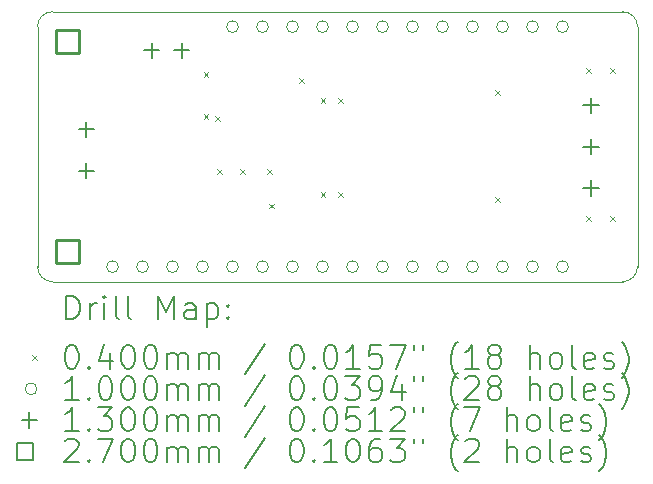
<source format=gbr>
%TF.GenerationSoftware,KiCad,Pcbnew,7.0.1*%
%TF.CreationDate,2023-06-02T18:52:21-05:00*%
%TF.ProjectId,MiniSSO,4d696e69-5353-44f2-9e6b-696361645f70,2*%
%TF.SameCoordinates,Original*%
%TF.FileFunction,Drillmap*%
%TF.FilePolarity,Positive*%
%FSLAX45Y45*%
G04 Gerber Fmt 4.5, Leading zero omitted, Abs format (unit mm)*
G04 Created by KiCad (PCBNEW 7.0.1) date 2023-06-02 18:52:21*
%MOMM*%
%LPD*%
G01*
G04 APERTURE LIST*
%ADD10C,0.100000*%
%ADD11C,0.200000*%
%ADD12C,0.040000*%
%ADD13C,0.130000*%
%ADD14C,0.270000*%
G04 APERTURE END LIST*
D10*
X11683073Y-9107927D02*
G75*
G03*
X11810072Y-9234927I126997J-3D01*
G01*
X16636072Y-9234927D02*
X11810072Y-9234927D01*
X16763073Y-7075927D02*
G75*
G03*
X16636072Y-6948927I-127003J-3D01*
G01*
X16763072Y-7075927D02*
X16763072Y-9107927D01*
X16636072Y-9234933D02*
G75*
G03*
X16763072Y-9107927I-3J127003D01*
G01*
X11683072Y-9107927D02*
X11683072Y-7075927D01*
X11810072Y-6948932D02*
G75*
G03*
X11683072Y-7075927I-3J-126998D01*
G01*
X11810072Y-6948927D02*
X16636072Y-6948927D01*
D11*
D12*
X13090000Y-7458417D02*
X13130000Y-7498417D01*
X13130000Y-7458417D02*
X13090000Y-7498417D01*
X13090000Y-7815000D02*
X13130000Y-7855000D01*
X13130000Y-7815000D02*
X13090000Y-7855000D01*
X13188338Y-7832880D02*
X13228338Y-7872880D01*
X13228338Y-7832880D02*
X13188338Y-7872880D01*
X13205000Y-8282390D02*
X13245000Y-8322390D01*
X13245000Y-8282390D02*
X13205000Y-8322390D01*
X13400000Y-8282390D02*
X13440000Y-8322390D01*
X13440000Y-8282390D02*
X13400000Y-8322390D01*
X13625000Y-8282390D02*
X13665000Y-8322390D01*
X13665000Y-8282390D02*
X13625000Y-8322390D01*
X13642500Y-8575000D02*
X13682500Y-8615000D01*
X13682500Y-8575000D02*
X13642500Y-8615000D01*
X13897821Y-7512821D02*
X13937821Y-7552821D01*
X13937821Y-7512821D02*
X13897821Y-7552821D01*
X14080000Y-7680000D02*
X14120000Y-7720000D01*
X14120000Y-7680000D02*
X14080000Y-7720000D01*
X14080000Y-8480000D02*
X14120000Y-8520000D01*
X14120000Y-8480000D02*
X14080000Y-8520000D01*
X14230000Y-7680000D02*
X14270000Y-7720000D01*
X14270000Y-7680000D02*
X14230000Y-7720000D01*
X14230000Y-8480000D02*
X14270000Y-8520000D01*
X14270000Y-8480000D02*
X14230000Y-8520000D01*
X15559285Y-7612700D02*
X15599285Y-7652700D01*
X15599285Y-7612700D02*
X15559285Y-7652700D01*
X15560000Y-8522500D02*
X15600000Y-8562500D01*
X15600000Y-8522500D02*
X15560000Y-8562500D01*
X16330000Y-7430000D02*
X16370000Y-7470000D01*
X16370000Y-7430000D02*
X16330000Y-7470000D01*
X16330000Y-8680000D02*
X16370000Y-8720000D01*
X16370000Y-8680000D02*
X16330000Y-8720000D01*
X16530000Y-7430000D02*
X16570000Y-7470000D01*
X16570000Y-7430000D02*
X16530000Y-7470000D01*
X16530000Y-8680000D02*
X16570000Y-8720000D01*
X16570000Y-8680000D02*
X16530000Y-8720000D01*
D10*
X12368072Y-9107927D02*
G75*
G03*
X12368072Y-9107927I-50000J0D01*
G01*
X12622072Y-9107927D02*
G75*
G03*
X12622072Y-9107927I-50000J0D01*
G01*
X12876072Y-9107927D02*
G75*
G03*
X12876072Y-9107927I-50000J0D01*
G01*
X13130072Y-9107927D02*
G75*
G03*
X13130072Y-9107927I-50000J0D01*
G01*
X13384072Y-7075927D02*
G75*
G03*
X13384072Y-7075927I-50000J0D01*
G01*
X13384072Y-9107927D02*
G75*
G03*
X13384072Y-9107927I-50000J0D01*
G01*
X13638072Y-7075927D02*
G75*
G03*
X13638072Y-7075927I-50000J0D01*
G01*
X13638072Y-9107927D02*
G75*
G03*
X13638072Y-9107927I-50000J0D01*
G01*
X13892072Y-7075927D02*
G75*
G03*
X13892072Y-7075927I-50000J0D01*
G01*
X13892072Y-9107927D02*
G75*
G03*
X13892072Y-9107927I-50000J0D01*
G01*
X14146072Y-7075927D02*
G75*
G03*
X14146072Y-7075927I-50000J0D01*
G01*
X14146072Y-9107927D02*
G75*
G03*
X14146072Y-9107927I-50000J0D01*
G01*
X14400072Y-7075927D02*
G75*
G03*
X14400072Y-7075927I-50000J0D01*
G01*
X14400072Y-9107927D02*
G75*
G03*
X14400072Y-9107927I-50000J0D01*
G01*
X14654072Y-7075927D02*
G75*
G03*
X14654072Y-7075927I-50000J0D01*
G01*
X14654072Y-9107927D02*
G75*
G03*
X14654072Y-9107927I-50000J0D01*
G01*
X14908072Y-7075927D02*
G75*
G03*
X14908072Y-7075927I-50000J0D01*
G01*
X14908072Y-9107927D02*
G75*
G03*
X14908072Y-9107927I-50000J0D01*
G01*
X15162072Y-7075927D02*
G75*
G03*
X15162072Y-7075927I-50000J0D01*
G01*
X15162072Y-9107927D02*
G75*
G03*
X15162072Y-9107927I-50000J0D01*
G01*
X15416072Y-7075927D02*
G75*
G03*
X15416072Y-7075927I-50000J0D01*
G01*
X15416072Y-9107927D02*
G75*
G03*
X15416072Y-9107927I-50000J0D01*
G01*
X15670072Y-7075927D02*
G75*
G03*
X15670072Y-7075927I-50000J0D01*
G01*
X15670072Y-9107927D02*
G75*
G03*
X15670072Y-9107927I-50000J0D01*
G01*
X15924072Y-7075927D02*
G75*
G03*
X15924072Y-7075927I-50000J0D01*
G01*
X15924072Y-9107927D02*
G75*
G03*
X15924072Y-9107927I-50000J0D01*
G01*
X16178072Y-7075927D02*
G75*
G03*
X16178072Y-7075927I-50000J0D01*
G01*
X16178072Y-9107927D02*
G75*
G03*
X16178072Y-9107927I-50000J0D01*
G01*
D13*
X12095480Y-7880640D02*
X12095480Y-8010640D01*
X12030480Y-7945640D02*
X12160480Y-7945640D01*
X12095480Y-8230640D02*
X12095480Y-8360640D01*
X12030480Y-8295640D02*
X12160480Y-8295640D01*
X12649200Y-7212100D02*
X12649200Y-7342100D01*
X12584200Y-7277100D02*
X12714200Y-7277100D01*
X12903200Y-7212100D02*
X12903200Y-7342100D01*
X12838200Y-7277100D02*
X12968200Y-7277100D01*
X16368240Y-7677440D02*
X16368240Y-7807440D01*
X16303240Y-7742440D02*
X16433240Y-7742440D01*
X16368240Y-8027440D02*
X16368240Y-8157440D01*
X16303240Y-8092440D02*
X16433240Y-8092440D01*
X16368240Y-8377440D02*
X16368240Y-8507440D01*
X16303240Y-8442440D02*
X16433240Y-8442440D01*
D14*
X12032533Y-7298387D02*
X12032533Y-7107467D01*
X11841612Y-7107467D01*
X11841612Y-7298387D01*
X12032533Y-7298387D01*
X12032533Y-9076387D02*
X12032533Y-8885467D01*
X11841612Y-8885467D01*
X11841612Y-9076387D01*
X12032533Y-9076387D01*
D11*
X11925691Y-9552451D02*
X11925691Y-9352451D01*
X11925691Y-9352451D02*
X11973310Y-9352451D01*
X11973310Y-9352451D02*
X12001882Y-9361975D01*
X12001882Y-9361975D02*
X12020930Y-9381022D01*
X12020930Y-9381022D02*
X12030453Y-9400070D01*
X12030453Y-9400070D02*
X12039977Y-9438165D01*
X12039977Y-9438165D02*
X12039977Y-9466736D01*
X12039977Y-9466736D02*
X12030453Y-9504832D01*
X12030453Y-9504832D02*
X12020930Y-9523879D01*
X12020930Y-9523879D02*
X12001882Y-9542927D01*
X12001882Y-9542927D02*
X11973310Y-9552451D01*
X11973310Y-9552451D02*
X11925691Y-9552451D01*
X12125691Y-9552451D02*
X12125691Y-9419117D01*
X12125691Y-9457213D02*
X12135215Y-9438165D01*
X12135215Y-9438165D02*
X12144739Y-9428641D01*
X12144739Y-9428641D02*
X12163787Y-9419117D01*
X12163787Y-9419117D02*
X12182834Y-9419117D01*
X12249501Y-9552451D02*
X12249501Y-9419117D01*
X12249501Y-9352451D02*
X12239977Y-9361975D01*
X12239977Y-9361975D02*
X12249501Y-9371498D01*
X12249501Y-9371498D02*
X12259025Y-9361975D01*
X12259025Y-9361975D02*
X12249501Y-9352451D01*
X12249501Y-9352451D02*
X12249501Y-9371498D01*
X12373310Y-9552451D02*
X12354263Y-9542927D01*
X12354263Y-9542927D02*
X12344739Y-9523879D01*
X12344739Y-9523879D02*
X12344739Y-9352451D01*
X12478072Y-9552451D02*
X12459025Y-9542927D01*
X12459025Y-9542927D02*
X12449501Y-9523879D01*
X12449501Y-9523879D02*
X12449501Y-9352451D01*
X12706644Y-9552451D02*
X12706644Y-9352451D01*
X12706644Y-9352451D02*
X12773311Y-9495308D01*
X12773311Y-9495308D02*
X12839977Y-9352451D01*
X12839977Y-9352451D02*
X12839977Y-9552451D01*
X13020930Y-9552451D02*
X13020930Y-9447689D01*
X13020930Y-9447689D02*
X13011406Y-9428641D01*
X13011406Y-9428641D02*
X12992358Y-9419117D01*
X12992358Y-9419117D02*
X12954263Y-9419117D01*
X12954263Y-9419117D02*
X12935215Y-9428641D01*
X13020930Y-9542927D02*
X13001882Y-9552451D01*
X13001882Y-9552451D02*
X12954263Y-9552451D01*
X12954263Y-9552451D02*
X12935215Y-9542927D01*
X12935215Y-9542927D02*
X12925691Y-9523879D01*
X12925691Y-9523879D02*
X12925691Y-9504832D01*
X12925691Y-9504832D02*
X12935215Y-9485784D01*
X12935215Y-9485784D02*
X12954263Y-9476260D01*
X12954263Y-9476260D02*
X13001882Y-9476260D01*
X13001882Y-9476260D02*
X13020930Y-9466736D01*
X13116168Y-9419117D02*
X13116168Y-9619117D01*
X13116168Y-9428641D02*
X13135215Y-9419117D01*
X13135215Y-9419117D02*
X13173311Y-9419117D01*
X13173311Y-9419117D02*
X13192358Y-9428641D01*
X13192358Y-9428641D02*
X13201882Y-9438165D01*
X13201882Y-9438165D02*
X13211406Y-9457213D01*
X13211406Y-9457213D02*
X13211406Y-9514355D01*
X13211406Y-9514355D02*
X13201882Y-9533403D01*
X13201882Y-9533403D02*
X13192358Y-9542927D01*
X13192358Y-9542927D02*
X13173311Y-9552451D01*
X13173311Y-9552451D02*
X13135215Y-9552451D01*
X13135215Y-9552451D02*
X13116168Y-9542927D01*
X13297120Y-9533403D02*
X13306644Y-9542927D01*
X13306644Y-9542927D02*
X13297120Y-9552451D01*
X13297120Y-9552451D02*
X13287596Y-9542927D01*
X13287596Y-9542927D02*
X13297120Y-9533403D01*
X13297120Y-9533403D02*
X13297120Y-9552451D01*
X13297120Y-9428641D02*
X13306644Y-9438165D01*
X13306644Y-9438165D02*
X13297120Y-9447689D01*
X13297120Y-9447689D02*
X13287596Y-9438165D01*
X13287596Y-9438165D02*
X13297120Y-9428641D01*
X13297120Y-9428641D02*
X13297120Y-9447689D01*
D12*
X11638072Y-9859927D02*
X11678072Y-9899927D01*
X11678072Y-9859927D02*
X11638072Y-9899927D01*
D11*
X11963787Y-9772451D02*
X11982834Y-9772451D01*
X11982834Y-9772451D02*
X12001882Y-9781975D01*
X12001882Y-9781975D02*
X12011406Y-9791498D01*
X12011406Y-9791498D02*
X12020930Y-9810546D01*
X12020930Y-9810546D02*
X12030453Y-9848641D01*
X12030453Y-9848641D02*
X12030453Y-9896260D01*
X12030453Y-9896260D02*
X12020930Y-9934355D01*
X12020930Y-9934355D02*
X12011406Y-9953403D01*
X12011406Y-9953403D02*
X12001882Y-9962927D01*
X12001882Y-9962927D02*
X11982834Y-9972451D01*
X11982834Y-9972451D02*
X11963787Y-9972451D01*
X11963787Y-9972451D02*
X11944739Y-9962927D01*
X11944739Y-9962927D02*
X11935215Y-9953403D01*
X11935215Y-9953403D02*
X11925691Y-9934355D01*
X11925691Y-9934355D02*
X11916168Y-9896260D01*
X11916168Y-9896260D02*
X11916168Y-9848641D01*
X11916168Y-9848641D02*
X11925691Y-9810546D01*
X11925691Y-9810546D02*
X11935215Y-9791498D01*
X11935215Y-9791498D02*
X11944739Y-9781975D01*
X11944739Y-9781975D02*
X11963787Y-9772451D01*
X12116168Y-9953403D02*
X12125691Y-9962927D01*
X12125691Y-9962927D02*
X12116168Y-9972451D01*
X12116168Y-9972451D02*
X12106644Y-9962927D01*
X12106644Y-9962927D02*
X12116168Y-9953403D01*
X12116168Y-9953403D02*
X12116168Y-9972451D01*
X12297120Y-9839117D02*
X12297120Y-9972451D01*
X12249501Y-9762927D02*
X12201882Y-9905784D01*
X12201882Y-9905784D02*
X12325691Y-9905784D01*
X12439977Y-9772451D02*
X12459025Y-9772451D01*
X12459025Y-9772451D02*
X12478072Y-9781975D01*
X12478072Y-9781975D02*
X12487596Y-9791498D01*
X12487596Y-9791498D02*
X12497120Y-9810546D01*
X12497120Y-9810546D02*
X12506644Y-9848641D01*
X12506644Y-9848641D02*
X12506644Y-9896260D01*
X12506644Y-9896260D02*
X12497120Y-9934355D01*
X12497120Y-9934355D02*
X12487596Y-9953403D01*
X12487596Y-9953403D02*
X12478072Y-9962927D01*
X12478072Y-9962927D02*
X12459025Y-9972451D01*
X12459025Y-9972451D02*
X12439977Y-9972451D01*
X12439977Y-9972451D02*
X12420930Y-9962927D01*
X12420930Y-9962927D02*
X12411406Y-9953403D01*
X12411406Y-9953403D02*
X12401882Y-9934355D01*
X12401882Y-9934355D02*
X12392358Y-9896260D01*
X12392358Y-9896260D02*
X12392358Y-9848641D01*
X12392358Y-9848641D02*
X12401882Y-9810546D01*
X12401882Y-9810546D02*
X12411406Y-9791498D01*
X12411406Y-9791498D02*
X12420930Y-9781975D01*
X12420930Y-9781975D02*
X12439977Y-9772451D01*
X12630453Y-9772451D02*
X12649501Y-9772451D01*
X12649501Y-9772451D02*
X12668549Y-9781975D01*
X12668549Y-9781975D02*
X12678072Y-9791498D01*
X12678072Y-9791498D02*
X12687596Y-9810546D01*
X12687596Y-9810546D02*
X12697120Y-9848641D01*
X12697120Y-9848641D02*
X12697120Y-9896260D01*
X12697120Y-9896260D02*
X12687596Y-9934355D01*
X12687596Y-9934355D02*
X12678072Y-9953403D01*
X12678072Y-9953403D02*
X12668549Y-9962927D01*
X12668549Y-9962927D02*
X12649501Y-9972451D01*
X12649501Y-9972451D02*
X12630453Y-9972451D01*
X12630453Y-9972451D02*
X12611406Y-9962927D01*
X12611406Y-9962927D02*
X12601882Y-9953403D01*
X12601882Y-9953403D02*
X12592358Y-9934355D01*
X12592358Y-9934355D02*
X12582834Y-9896260D01*
X12582834Y-9896260D02*
X12582834Y-9848641D01*
X12582834Y-9848641D02*
X12592358Y-9810546D01*
X12592358Y-9810546D02*
X12601882Y-9791498D01*
X12601882Y-9791498D02*
X12611406Y-9781975D01*
X12611406Y-9781975D02*
X12630453Y-9772451D01*
X12782834Y-9972451D02*
X12782834Y-9839117D01*
X12782834Y-9858165D02*
X12792358Y-9848641D01*
X12792358Y-9848641D02*
X12811406Y-9839117D01*
X12811406Y-9839117D02*
X12839977Y-9839117D01*
X12839977Y-9839117D02*
X12859025Y-9848641D01*
X12859025Y-9848641D02*
X12868549Y-9867689D01*
X12868549Y-9867689D02*
X12868549Y-9972451D01*
X12868549Y-9867689D02*
X12878072Y-9848641D01*
X12878072Y-9848641D02*
X12897120Y-9839117D01*
X12897120Y-9839117D02*
X12925691Y-9839117D01*
X12925691Y-9839117D02*
X12944739Y-9848641D01*
X12944739Y-9848641D02*
X12954263Y-9867689D01*
X12954263Y-9867689D02*
X12954263Y-9972451D01*
X13049501Y-9972451D02*
X13049501Y-9839117D01*
X13049501Y-9858165D02*
X13059025Y-9848641D01*
X13059025Y-9848641D02*
X13078072Y-9839117D01*
X13078072Y-9839117D02*
X13106644Y-9839117D01*
X13106644Y-9839117D02*
X13125692Y-9848641D01*
X13125692Y-9848641D02*
X13135215Y-9867689D01*
X13135215Y-9867689D02*
X13135215Y-9972451D01*
X13135215Y-9867689D02*
X13144739Y-9848641D01*
X13144739Y-9848641D02*
X13163787Y-9839117D01*
X13163787Y-9839117D02*
X13192358Y-9839117D01*
X13192358Y-9839117D02*
X13211406Y-9848641D01*
X13211406Y-9848641D02*
X13220930Y-9867689D01*
X13220930Y-9867689D02*
X13220930Y-9972451D01*
X13611406Y-9762927D02*
X13439977Y-10020070D01*
X13868549Y-9772451D02*
X13887596Y-9772451D01*
X13887596Y-9772451D02*
X13906644Y-9781975D01*
X13906644Y-9781975D02*
X13916168Y-9791498D01*
X13916168Y-9791498D02*
X13925692Y-9810546D01*
X13925692Y-9810546D02*
X13935215Y-9848641D01*
X13935215Y-9848641D02*
X13935215Y-9896260D01*
X13935215Y-9896260D02*
X13925692Y-9934355D01*
X13925692Y-9934355D02*
X13916168Y-9953403D01*
X13916168Y-9953403D02*
X13906644Y-9962927D01*
X13906644Y-9962927D02*
X13887596Y-9972451D01*
X13887596Y-9972451D02*
X13868549Y-9972451D01*
X13868549Y-9972451D02*
X13849501Y-9962927D01*
X13849501Y-9962927D02*
X13839977Y-9953403D01*
X13839977Y-9953403D02*
X13830454Y-9934355D01*
X13830454Y-9934355D02*
X13820930Y-9896260D01*
X13820930Y-9896260D02*
X13820930Y-9848641D01*
X13820930Y-9848641D02*
X13830454Y-9810546D01*
X13830454Y-9810546D02*
X13839977Y-9791498D01*
X13839977Y-9791498D02*
X13849501Y-9781975D01*
X13849501Y-9781975D02*
X13868549Y-9772451D01*
X14020930Y-9953403D02*
X14030454Y-9962927D01*
X14030454Y-9962927D02*
X14020930Y-9972451D01*
X14020930Y-9972451D02*
X14011406Y-9962927D01*
X14011406Y-9962927D02*
X14020930Y-9953403D01*
X14020930Y-9953403D02*
X14020930Y-9972451D01*
X14154263Y-9772451D02*
X14173311Y-9772451D01*
X14173311Y-9772451D02*
X14192358Y-9781975D01*
X14192358Y-9781975D02*
X14201882Y-9791498D01*
X14201882Y-9791498D02*
X14211406Y-9810546D01*
X14211406Y-9810546D02*
X14220930Y-9848641D01*
X14220930Y-9848641D02*
X14220930Y-9896260D01*
X14220930Y-9896260D02*
X14211406Y-9934355D01*
X14211406Y-9934355D02*
X14201882Y-9953403D01*
X14201882Y-9953403D02*
X14192358Y-9962927D01*
X14192358Y-9962927D02*
X14173311Y-9972451D01*
X14173311Y-9972451D02*
X14154263Y-9972451D01*
X14154263Y-9972451D02*
X14135215Y-9962927D01*
X14135215Y-9962927D02*
X14125692Y-9953403D01*
X14125692Y-9953403D02*
X14116168Y-9934355D01*
X14116168Y-9934355D02*
X14106644Y-9896260D01*
X14106644Y-9896260D02*
X14106644Y-9848641D01*
X14106644Y-9848641D02*
X14116168Y-9810546D01*
X14116168Y-9810546D02*
X14125692Y-9791498D01*
X14125692Y-9791498D02*
X14135215Y-9781975D01*
X14135215Y-9781975D02*
X14154263Y-9772451D01*
X14411406Y-9972451D02*
X14297120Y-9972451D01*
X14354263Y-9972451D02*
X14354263Y-9772451D01*
X14354263Y-9772451D02*
X14335215Y-9801022D01*
X14335215Y-9801022D02*
X14316168Y-9820070D01*
X14316168Y-9820070D02*
X14297120Y-9829594D01*
X14592358Y-9772451D02*
X14497120Y-9772451D01*
X14497120Y-9772451D02*
X14487596Y-9867689D01*
X14487596Y-9867689D02*
X14497120Y-9858165D01*
X14497120Y-9858165D02*
X14516168Y-9848641D01*
X14516168Y-9848641D02*
X14563787Y-9848641D01*
X14563787Y-9848641D02*
X14582835Y-9858165D01*
X14582835Y-9858165D02*
X14592358Y-9867689D01*
X14592358Y-9867689D02*
X14601882Y-9886736D01*
X14601882Y-9886736D02*
X14601882Y-9934355D01*
X14601882Y-9934355D02*
X14592358Y-9953403D01*
X14592358Y-9953403D02*
X14582835Y-9962927D01*
X14582835Y-9962927D02*
X14563787Y-9972451D01*
X14563787Y-9972451D02*
X14516168Y-9972451D01*
X14516168Y-9972451D02*
X14497120Y-9962927D01*
X14497120Y-9962927D02*
X14487596Y-9953403D01*
X14668549Y-9772451D02*
X14801882Y-9772451D01*
X14801882Y-9772451D02*
X14716168Y-9972451D01*
X14868549Y-9772451D02*
X14868549Y-9810546D01*
X14944739Y-9772451D02*
X14944739Y-9810546D01*
X15239978Y-10048641D02*
X15230454Y-10039117D01*
X15230454Y-10039117D02*
X15211406Y-10010546D01*
X15211406Y-10010546D02*
X15201882Y-9991498D01*
X15201882Y-9991498D02*
X15192358Y-9962927D01*
X15192358Y-9962927D02*
X15182835Y-9915308D01*
X15182835Y-9915308D02*
X15182835Y-9877213D01*
X15182835Y-9877213D02*
X15192358Y-9829594D01*
X15192358Y-9829594D02*
X15201882Y-9801022D01*
X15201882Y-9801022D02*
X15211406Y-9781975D01*
X15211406Y-9781975D02*
X15230454Y-9753403D01*
X15230454Y-9753403D02*
X15239978Y-9743879D01*
X15420930Y-9972451D02*
X15306644Y-9972451D01*
X15363787Y-9972451D02*
X15363787Y-9772451D01*
X15363787Y-9772451D02*
X15344739Y-9801022D01*
X15344739Y-9801022D02*
X15325692Y-9820070D01*
X15325692Y-9820070D02*
X15306644Y-9829594D01*
X15535216Y-9858165D02*
X15516168Y-9848641D01*
X15516168Y-9848641D02*
X15506644Y-9839117D01*
X15506644Y-9839117D02*
X15497120Y-9820070D01*
X15497120Y-9820070D02*
X15497120Y-9810546D01*
X15497120Y-9810546D02*
X15506644Y-9791498D01*
X15506644Y-9791498D02*
X15516168Y-9781975D01*
X15516168Y-9781975D02*
X15535216Y-9772451D01*
X15535216Y-9772451D02*
X15573311Y-9772451D01*
X15573311Y-9772451D02*
X15592358Y-9781975D01*
X15592358Y-9781975D02*
X15601882Y-9791498D01*
X15601882Y-9791498D02*
X15611406Y-9810546D01*
X15611406Y-9810546D02*
X15611406Y-9820070D01*
X15611406Y-9820070D02*
X15601882Y-9839117D01*
X15601882Y-9839117D02*
X15592358Y-9848641D01*
X15592358Y-9848641D02*
X15573311Y-9858165D01*
X15573311Y-9858165D02*
X15535216Y-9858165D01*
X15535216Y-9858165D02*
X15516168Y-9867689D01*
X15516168Y-9867689D02*
X15506644Y-9877213D01*
X15506644Y-9877213D02*
X15497120Y-9896260D01*
X15497120Y-9896260D02*
X15497120Y-9934355D01*
X15497120Y-9934355D02*
X15506644Y-9953403D01*
X15506644Y-9953403D02*
X15516168Y-9962927D01*
X15516168Y-9962927D02*
X15535216Y-9972451D01*
X15535216Y-9972451D02*
X15573311Y-9972451D01*
X15573311Y-9972451D02*
X15592358Y-9962927D01*
X15592358Y-9962927D02*
X15601882Y-9953403D01*
X15601882Y-9953403D02*
X15611406Y-9934355D01*
X15611406Y-9934355D02*
X15611406Y-9896260D01*
X15611406Y-9896260D02*
X15601882Y-9877213D01*
X15601882Y-9877213D02*
X15592358Y-9867689D01*
X15592358Y-9867689D02*
X15573311Y-9858165D01*
X15849501Y-9972451D02*
X15849501Y-9772451D01*
X15935216Y-9972451D02*
X15935216Y-9867689D01*
X15935216Y-9867689D02*
X15925692Y-9848641D01*
X15925692Y-9848641D02*
X15906644Y-9839117D01*
X15906644Y-9839117D02*
X15878073Y-9839117D01*
X15878073Y-9839117D02*
X15859025Y-9848641D01*
X15859025Y-9848641D02*
X15849501Y-9858165D01*
X16059025Y-9972451D02*
X16039978Y-9962927D01*
X16039978Y-9962927D02*
X16030454Y-9953403D01*
X16030454Y-9953403D02*
X16020930Y-9934355D01*
X16020930Y-9934355D02*
X16020930Y-9877213D01*
X16020930Y-9877213D02*
X16030454Y-9858165D01*
X16030454Y-9858165D02*
X16039978Y-9848641D01*
X16039978Y-9848641D02*
X16059025Y-9839117D01*
X16059025Y-9839117D02*
X16087597Y-9839117D01*
X16087597Y-9839117D02*
X16106644Y-9848641D01*
X16106644Y-9848641D02*
X16116168Y-9858165D01*
X16116168Y-9858165D02*
X16125692Y-9877213D01*
X16125692Y-9877213D02*
X16125692Y-9934355D01*
X16125692Y-9934355D02*
X16116168Y-9953403D01*
X16116168Y-9953403D02*
X16106644Y-9962927D01*
X16106644Y-9962927D02*
X16087597Y-9972451D01*
X16087597Y-9972451D02*
X16059025Y-9972451D01*
X16239978Y-9972451D02*
X16220930Y-9962927D01*
X16220930Y-9962927D02*
X16211406Y-9943879D01*
X16211406Y-9943879D02*
X16211406Y-9772451D01*
X16392359Y-9962927D02*
X16373311Y-9972451D01*
X16373311Y-9972451D02*
X16335216Y-9972451D01*
X16335216Y-9972451D02*
X16316168Y-9962927D01*
X16316168Y-9962927D02*
X16306644Y-9943879D01*
X16306644Y-9943879D02*
X16306644Y-9867689D01*
X16306644Y-9867689D02*
X16316168Y-9848641D01*
X16316168Y-9848641D02*
X16335216Y-9839117D01*
X16335216Y-9839117D02*
X16373311Y-9839117D01*
X16373311Y-9839117D02*
X16392359Y-9848641D01*
X16392359Y-9848641D02*
X16401882Y-9867689D01*
X16401882Y-9867689D02*
X16401882Y-9886736D01*
X16401882Y-9886736D02*
X16306644Y-9905784D01*
X16478073Y-9962927D02*
X16497120Y-9972451D01*
X16497120Y-9972451D02*
X16535216Y-9972451D01*
X16535216Y-9972451D02*
X16554263Y-9962927D01*
X16554263Y-9962927D02*
X16563787Y-9943879D01*
X16563787Y-9943879D02*
X16563787Y-9934355D01*
X16563787Y-9934355D02*
X16554263Y-9915308D01*
X16554263Y-9915308D02*
X16535216Y-9905784D01*
X16535216Y-9905784D02*
X16506644Y-9905784D01*
X16506644Y-9905784D02*
X16487597Y-9896260D01*
X16487597Y-9896260D02*
X16478073Y-9877213D01*
X16478073Y-9877213D02*
X16478073Y-9867689D01*
X16478073Y-9867689D02*
X16487597Y-9848641D01*
X16487597Y-9848641D02*
X16506644Y-9839117D01*
X16506644Y-9839117D02*
X16535216Y-9839117D01*
X16535216Y-9839117D02*
X16554263Y-9848641D01*
X16630454Y-10048641D02*
X16639978Y-10039117D01*
X16639978Y-10039117D02*
X16659025Y-10010546D01*
X16659025Y-10010546D02*
X16668549Y-9991498D01*
X16668549Y-9991498D02*
X16678073Y-9962927D01*
X16678073Y-9962927D02*
X16687597Y-9915308D01*
X16687597Y-9915308D02*
X16687597Y-9877213D01*
X16687597Y-9877213D02*
X16678073Y-9829594D01*
X16678073Y-9829594D02*
X16668549Y-9801022D01*
X16668549Y-9801022D02*
X16659025Y-9781975D01*
X16659025Y-9781975D02*
X16639978Y-9753403D01*
X16639978Y-9753403D02*
X16630454Y-9743879D01*
D10*
X11678072Y-10143927D02*
G75*
G03*
X11678072Y-10143927I-50000J0D01*
G01*
D11*
X12030453Y-10236451D02*
X11916168Y-10236451D01*
X11973310Y-10236451D02*
X11973310Y-10036451D01*
X11973310Y-10036451D02*
X11954263Y-10065022D01*
X11954263Y-10065022D02*
X11935215Y-10084070D01*
X11935215Y-10084070D02*
X11916168Y-10093594D01*
X12116168Y-10217403D02*
X12125691Y-10226927D01*
X12125691Y-10226927D02*
X12116168Y-10236451D01*
X12116168Y-10236451D02*
X12106644Y-10226927D01*
X12106644Y-10226927D02*
X12116168Y-10217403D01*
X12116168Y-10217403D02*
X12116168Y-10236451D01*
X12249501Y-10036451D02*
X12268549Y-10036451D01*
X12268549Y-10036451D02*
X12287596Y-10045975D01*
X12287596Y-10045975D02*
X12297120Y-10055498D01*
X12297120Y-10055498D02*
X12306644Y-10074546D01*
X12306644Y-10074546D02*
X12316168Y-10112641D01*
X12316168Y-10112641D02*
X12316168Y-10160260D01*
X12316168Y-10160260D02*
X12306644Y-10198355D01*
X12306644Y-10198355D02*
X12297120Y-10217403D01*
X12297120Y-10217403D02*
X12287596Y-10226927D01*
X12287596Y-10226927D02*
X12268549Y-10236451D01*
X12268549Y-10236451D02*
X12249501Y-10236451D01*
X12249501Y-10236451D02*
X12230453Y-10226927D01*
X12230453Y-10226927D02*
X12220930Y-10217403D01*
X12220930Y-10217403D02*
X12211406Y-10198355D01*
X12211406Y-10198355D02*
X12201882Y-10160260D01*
X12201882Y-10160260D02*
X12201882Y-10112641D01*
X12201882Y-10112641D02*
X12211406Y-10074546D01*
X12211406Y-10074546D02*
X12220930Y-10055498D01*
X12220930Y-10055498D02*
X12230453Y-10045975D01*
X12230453Y-10045975D02*
X12249501Y-10036451D01*
X12439977Y-10036451D02*
X12459025Y-10036451D01*
X12459025Y-10036451D02*
X12478072Y-10045975D01*
X12478072Y-10045975D02*
X12487596Y-10055498D01*
X12487596Y-10055498D02*
X12497120Y-10074546D01*
X12497120Y-10074546D02*
X12506644Y-10112641D01*
X12506644Y-10112641D02*
X12506644Y-10160260D01*
X12506644Y-10160260D02*
X12497120Y-10198355D01*
X12497120Y-10198355D02*
X12487596Y-10217403D01*
X12487596Y-10217403D02*
X12478072Y-10226927D01*
X12478072Y-10226927D02*
X12459025Y-10236451D01*
X12459025Y-10236451D02*
X12439977Y-10236451D01*
X12439977Y-10236451D02*
X12420930Y-10226927D01*
X12420930Y-10226927D02*
X12411406Y-10217403D01*
X12411406Y-10217403D02*
X12401882Y-10198355D01*
X12401882Y-10198355D02*
X12392358Y-10160260D01*
X12392358Y-10160260D02*
X12392358Y-10112641D01*
X12392358Y-10112641D02*
X12401882Y-10074546D01*
X12401882Y-10074546D02*
X12411406Y-10055498D01*
X12411406Y-10055498D02*
X12420930Y-10045975D01*
X12420930Y-10045975D02*
X12439977Y-10036451D01*
X12630453Y-10036451D02*
X12649501Y-10036451D01*
X12649501Y-10036451D02*
X12668549Y-10045975D01*
X12668549Y-10045975D02*
X12678072Y-10055498D01*
X12678072Y-10055498D02*
X12687596Y-10074546D01*
X12687596Y-10074546D02*
X12697120Y-10112641D01*
X12697120Y-10112641D02*
X12697120Y-10160260D01*
X12697120Y-10160260D02*
X12687596Y-10198355D01*
X12687596Y-10198355D02*
X12678072Y-10217403D01*
X12678072Y-10217403D02*
X12668549Y-10226927D01*
X12668549Y-10226927D02*
X12649501Y-10236451D01*
X12649501Y-10236451D02*
X12630453Y-10236451D01*
X12630453Y-10236451D02*
X12611406Y-10226927D01*
X12611406Y-10226927D02*
X12601882Y-10217403D01*
X12601882Y-10217403D02*
X12592358Y-10198355D01*
X12592358Y-10198355D02*
X12582834Y-10160260D01*
X12582834Y-10160260D02*
X12582834Y-10112641D01*
X12582834Y-10112641D02*
X12592358Y-10074546D01*
X12592358Y-10074546D02*
X12601882Y-10055498D01*
X12601882Y-10055498D02*
X12611406Y-10045975D01*
X12611406Y-10045975D02*
X12630453Y-10036451D01*
X12782834Y-10236451D02*
X12782834Y-10103117D01*
X12782834Y-10122165D02*
X12792358Y-10112641D01*
X12792358Y-10112641D02*
X12811406Y-10103117D01*
X12811406Y-10103117D02*
X12839977Y-10103117D01*
X12839977Y-10103117D02*
X12859025Y-10112641D01*
X12859025Y-10112641D02*
X12868549Y-10131689D01*
X12868549Y-10131689D02*
X12868549Y-10236451D01*
X12868549Y-10131689D02*
X12878072Y-10112641D01*
X12878072Y-10112641D02*
X12897120Y-10103117D01*
X12897120Y-10103117D02*
X12925691Y-10103117D01*
X12925691Y-10103117D02*
X12944739Y-10112641D01*
X12944739Y-10112641D02*
X12954263Y-10131689D01*
X12954263Y-10131689D02*
X12954263Y-10236451D01*
X13049501Y-10236451D02*
X13049501Y-10103117D01*
X13049501Y-10122165D02*
X13059025Y-10112641D01*
X13059025Y-10112641D02*
X13078072Y-10103117D01*
X13078072Y-10103117D02*
X13106644Y-10103117D01*
X13106644Y-10103117D02*
X13125692Y-10112641D01*
X13125692Y-10112641D02*
X13135215Y-10131689D01*
X13135215Y-10131689D02*
X13135215Y-10236451D01*
X13135215Y-10131689D02*
X13144739Y-10112641D01*
X13144739Y-10112641D02*
X13163787Y-10103117D01*
X13163787Y-10103117D02*
X13192358Y-10103117D01*
X13192358Y-10103117D02*
X13211406Y-10112641D01*
X13211406Y-10112641D02*
X13220930Y-10131689D01*
X13220930Y-10131689D02*
X13220930Y-10236451D01*
X13611406Y-10026927D02*
X13439977Y-10284070D01*
X13868549Y-10036451D02*
X13887596Y-10036451D01*
X13887596Y-10036451D02*
X13906644Y-10045975D01*
X13906644Y-10045975D02*
X13916168Y-10055498D01*
X13916168Y-10055498D02*
X13925692Y-10074546D01*
X13925692Y-10074546D02*
X13935215Y-10112641D01*
X13935215Y-10112641D02*
X13935215Y-10160260D01*
X13935215Y-10160260D02*
X13925692Y-10198355D01*
X13925692Y-10198355D02*
X13916168Y-10217403D01*
X13916168Y-10217403D02*
X13906644Y-10226927D01*
X13906644Y-10226927D02*
X13887596Y-10236451D01*
X13887596Y-10236451D02*
X13868549Y-10236451D01*
X13868549Y-10236451D02*
X13849501Y-10226927D01*
X13849501Y-10226927D02*
X13839977Y-10217403D01*
X13839977Y-10217403D02*
X13830454Y-10198355D01*
X13830454Y-10198355D02*
X13820930Y-10160260D01*
X13820930Y-10160260D02*
X13820930Y-10112641D01*
X13820930Y-10112641D02*
X13830454Y-10074546D01*
X13830454Y-10074546D02*
X13839977Y-10055498D01*
X13839977Y-10055498D02*
X13849501Y-10045975D01*
X13849501Y-10045975D02*
X13868549Y-10036451D01*
X14020930Y-10217403D02*
X14030454Y-10226927D01*
X14030454Y-10226927D02*
X14020930Y-10236451D01*
X14020930Y-10236451D02*
X14011406Y-10226927D01*
X14011406Y-10226927D02*
X14020930Y-10217403D01*
X14020930Y-10217403D02*
X14020930Y-10236451D01*
X14154263Y-10036451D02*
X14173311Y-10036451D01*
X14173311Y-10036451D02*
X14192358Y-10045975D01*
X14192358Y-10045975D02*
X14201882Y-10055498D01*
X14201882Y-10055498D02*
X14211406Y-10074546D01*
X14211406Y-10074546D02*
X14220930Y-10112641D01*
X14220930Y-10112641D02*
X14220930Y-10160260D01*
X14220930Y-10160260D02*
X14211406Y-10198355D01*
X14211406Y-10198355D02*
X14201882Y-10217403D01*
X14201882Y-10217403D02*
X14192358Y-10226927D01*
X14192358Y-10226927D02*
X14173311Y-10236451D01*
X14173311Y-10236451D02*
X14154263Y-10236451D01*
X14154263Y-10236451D02*
X14135215Y-10226927D01*
X14135215Y-10226927D02*
X14125692Y-10217403D01*
X14125692Y-10217403D02*
X14116168Y-10198355D01*
X14116168Y-10198355D02*
X14106644Y-10160260D01*
X14106644Y-10160260D02*
X14106644Y-10112641D01*
X14106644Y-10112641D02*
X14116168Y-10074546D01*
X14116168Y-10074546D02*
X14125692Y-10055498D01*
X14125692Y-10055498D02*
X14135215Y-10045975D01*
X14135215Y-10045975D02*
X14154263Y-10036451D01*
X14287596Y-10036451D02*
X14411406Y-10036451D01*
X14411406Y-10036451D02*
X14344739Y-10112641D01*
X14344739Y-10112641D02*
X14373311Y-10112641D01*
X14373311Y-10112641D02*
X14392358Y-10122165D01*
X14392358Y-10122165D02*
X14401882Y-10131689D01*
X14401882Y-10131689D02*
X14411406Y-10150736D01*
X14411406Y-10150736D02*
X14411406Y-10198355D01*
X14411406Y-10198355D02*
X14401882Y-10217403D01*
X14401882Y-10217403D02*
X14392358Y-10226927D01*
X14392358Y-10226927D02*
X14373311Y-10236451D01*
X14373311Y-10236451D02*
X14316168Y-10236451D01*
X14316168Y-10236451D02*
X14297120Y-10226927D01*
X14297120Y-10226927D02*
X14287596Y-10217403D01*
X14506644Y-10236451D02*
X14544739Y-10236451D01*
X14544739Y-10236451D02*
X14563787Y-10226927D01*
X14563787Y-10226927D02*
X14573311Y-10217403D01*
X14573311Y-10217403D02*
X14592358Y-10188832D01*
X14592358Y-10188832D02*
X14601882Y-10150736D01*
X14601882Y-10150736D02*
X14601882Y-10074546D01*
X14601882Y-10074546D02*
X14592358Y-10055498D01*
X14592358Y-10055498D02*
X14582835Y-10045975D01*
X14582835Y-10045975D02*
X14563787Y-10036451D01*
X14563787Y-10036451D02*
X14525692Y-10036451D01*
X14525692Y-10036451D02*
X14506644Y-10045975D01*
X14506644Y-10045975D02*
X14497120Y-10055498D01*
X14497120Y-10055498D02*
X14487596Y-10074546D01*
X14487596Y-10074546D02*
X14487596Y-10122165D01*
X14487596Y-10122165D02*
X14497120Y-10141213D01*
X14497120Y-10141213D02*
X14506644Y-10150736D01*
X14506644Y-10150736D02*
X14525692Y-10160260D01*
X14525692Y-10160260D02*
X14563787Y-10160260D01*
X14563787Y-10160260D02*
X14582835Y-10150736D01*
X14582835Y-10150736D02*
X14592358Y-10141213D01*
X14592358Y-10141213D02*
X14601882Y-10122165D01*
X14773311Y-10103117D02*
X14773311Y-10236451D01*
X14725692Y-10026927D02*
X14678073Y-10169784D01*
X14678073Y-10169784D02*
X14801882Y-10169784D01*
X14868549Y-10036451D02*
X14868549Y-10074546D01*
X14944739Y-10036451D02*
X14944739Y-10074546D01*
X15239978Y-10312641D02*
X15230454Y-10303117D01*
X15230454Y-10303117D02*
X15211406Y-10274546D01*
X15211406Y-10274546D02*
X15201882Y-10255498D01*
X15201882Y-10255498D02*
X15192358Y-10226927D01*
X15192358Y-10226927D02*
X15182835Y-10179308D01*
X15182835Y-10179308D02*
X15182835Y-10141213D01*
X15182835Y-10141213D02*
X15192358Y-10093594D01*
X15192358Y-10093594D02*
X15201882Y-10065022D01*
X15201882Y-10065022D02*
X15211406Y-10045975D01*
X15211406Y-10045975D02*
X15230454Y-10017403D01*
X15230454Y-10017403D02*
X15239978Y-10007879D01*
X15306644Y-10055498D02*
X15316168Y-10045975D01*
X15316168Y-10045975D02*
X15335216Y-10036451D01*
X15335216Y-10036451D02*
X15382835Y-10036451D01*
X15382835Y-10036451D02*
X15401882Y-10045975D01*
X15401882Y-10045975D02*
X15411406Y-10055498D01*
X15411406Y-10055498D02*
X15420930Y-10074546D01*
X15420930Y-10074546D02*
X15420930Y-10093594D01*
X15420930Y-10093594D02*
X15411406Y-10122165D01*
X15411406Y-10122165D02*
X15297120Y-10236451D01*
X15297120Y-10236451D02*
X15420930Y-10236451D01*
X15535216Y-10122165D02*
X15516168Y-10112641D01*
X15516168Y-10112641D02*
X15506644Y-10103117D01*
X15506644Y-10103117D02*
X15497120Y-10084070D01*
X15497120Y-10084070D02*
X15497120Y-10074546D01*
X15497120Y-10074546D02*
X15506644Y-10055498D01*
X15506644Y-10055498D02*
X15516168Y-10045975D01*
X15516168Y-10045975D02*
X15535216Y-10036451D01*
X15535216Y-10036451D02*
X15573311Y-10036451D01*
X15573311Y-10036451D02*
X15592358Y-10045975D01*
X15592358Y-10045975D02*
X15601882Y-10055498D01*
X15601882Y-10055498D02*
X15611406Y-10074546D01*
X15611406Y-10074546D02*
X15611406Y-10084070D01*
X15611406Y-10084070D02*
X15601882Y-10103117D01*
X15601882Y-10103117D02*
X15592358Y-10112641D01*
X15592358Y-10112641D02*
X15573311Y-10122165D01*
X15573311Y-10122165D02*
X15535216Y-10122165D01*
X15535216Y-10122165D02*
X15516168Y-10131689D01*
X15516168Y-10131689D02*
X15506644Y-10141213D01*
X15506644Y-10141213D02*
X15497120Y-10160260D01*
X15497120Y-10160260D02*
X15497120Y-10198355D01*
X15497120Y-10198355D02*
X15506644Y-10217403D01*
X15506644Y-10217403D02*
X15516168Y-10226927D01*
X15516168Y-10226927D02*
X15535216Y-10236451D01*
X15535216Y-10236451D02*
X15573311Y-10236451D01*
X15573311Y-10236451D02*
X15592358Y-10226927D01*
X15592358Y-10226927D02*
X15601882Y-10217403D01*
X15601882Y-10217403D02*
X15611406Y-10198355D01*
X15611406Y-10198355D02*
X15611406Y-10160260D01*
X15611406Y-10160260D02*
X15601882Y-10141213D01*
X15601882Y-10141213D02*
X15592358Y-10131689D01*
X15592358Y-10131689D02*
X15573311Y-10122165D01*
X15849501Y-10236451D02*
X15849501Y-10036451D01*
X15935216Y-10236451D02*
X15935216Y-10131689D01*
X15935216Y-10131689D02*
X15925692Y-10112641D01*
X15925692Y-10112641D02*
X15906644Y-10103117D01*
X15906644Y-10103117D02*
X15878073Y-10103117D01*
X15878073Y-10103117D02*
X15859025Y-10112641D01*
X15859025Y-10112641D02*
X15849501Y-10122165D01*
X16059025Y-10236451D02*
X16039978Y-10226927D01*
X16039978Y-10226927D02*
X16030454Y-10217403D01*
X16030454Y-10217403D02*
X16020930Y-10198355D01*
X16020930Y-10198355D02*
X16020930Y-10141213D01*
X16020930Y-10141213D02*
X16030454Y-10122165D01*
X16030454Y-10122165D02*
X16039978Y-10112641D01*
X16039978Y-10112641D02*
X16059025Y-10103117D01*
X16059025Y-10103117D02*
X16087597Y-10103117D01*
X16087597Y-10103117D02*
X16106644Y-10112641D01*
X16106644Y-10112641D02*
X16116168Y-10122165D01*
X16116168Y-10122165D02*
X16125692Y-10141213D01*
X16125692Y-10141213D02*
X16125692Y-10198355D01*
X16125692Y-10198355D02*
X16116168Y-10217403D01*
X16116168Y-10217403D02*
X16106644Y-10226927D01*
X16106644Y-10226927D02*
X16087597Y-10236451D01*
X16087597Y-10236451D02*
X16059025Y-10236451D01*
X16239978Y-10236451D02*
X16220930Y-10226927D01*
X16220930Y-10226927D02*
X16211406Y-10207879D01*
X16211406Y-10207879D02*
X16211406Y-10036451D01*
X16392359Y-10226927D02*
X16373311Y-10236451D01*
X16373311Y-10236451D02*
X16335216Y-10236451D01*
X16335216Y-10236451D02*
X16316168Y-10226927D01*
X16316168Y-10226927D02*
X16306644Y-10207879D01*
X16306644Y-10207879D02*
X16306644Y-10131689D01*
X16306644Y-10131689D02*
X16316168Y-10112641D01*
X16316168Y-10112641D02*
X16335216Y-10103117D01*
X16335216Y-10103117D02*
X16373311Y-10103117D01*
X16373311Y-10103117D02*
X16392359Y-10112641D01*
X16392359Y-10112641D02*
X16401882Y-10131689D01*
X16401882Y-10131689D02*
X16401882Y-10150736D01*
X16401882Y-10150736D02*
X16306644Y-10169784D01*
X16478073Y-10226927D02*
X16497120Y-10236451D01*
X16497120Y-10236451D02*
X16535216Y-10236451D01*
X16535216Y-10236451D02*
X16554263Y-10226927D01*
X16554263Y-10226927D02*
X16563787Y-10207879D01*
X16563787Y-10207879D02*
X16563787Y-10198355D01*
X16563787Y-10198355D02*
X16554263Y-10179308D01*
X16554263Y-10179308D02*
X16535216Y-10169784D01*
X16535216Y-10169784D02*
X16506644Y-10169784D01*
X16506644Y-10169784D02*
X16487597Y-10160260D01*
X16487597Y-10160260D02*
X16478073Y-10141213D01*
X16478073Y-10141213D02*
X16478073Y-10131689D01*
X16478073Y-10131689D02*
X16487597Y-10112641D01*
X16487597Y-10112641D02*
X16506644Y-10103117D01*
X16506644Y-10103117D02*
X16535216Y-10103117D01*
X16535216Y-10103117D02*
X16554263Y-10112641D01*
X16630454Y-10312641D02*
X16639978Y-10303117D01*
X16639978Y-10303117D02*
X16659025Y-10274546D01*
X16659025Y-10274546D02*
X16668549Y-10255498D01*
X16668549Y-10255498D02*
X16678073Y-10226927D01*
X16678073Y-10226927D02*
X16687597Y-10179308D01*
X16687597Y-10179308D02*
X16687597Y-10141213D01*
X16687597Y-10141213D02*
X16678073Y-10093594D01*
X16678073Y-10093594D02*
X16668549Y-10065022D01*
X16668549Y-10065022D02*
X16659025Y-10045975D01*
X16659025Y-10045975D02*
X16639978Y-10017403D01*
X16639978Y-10017403D02*
X16630454Y-10007879D01*
D13*
X11613072Y-10342927D02*
X11613072Y-10472927D01*
X11548072Y-10407927D02*
X11678072Y-10407927D01*
D11*
X12030453Y-10500451D02*
X11916168Y-10500451D01*
X11973310Y-10500451D02*
X11973310Y-10300451D01*
X11973310Y-10300451D02*
X11954263Y-10329022D01*
X11954263Y-10329022D02*
X11935215Y-10348070D01*
X11935215Y-10348070D02*
X11916168Y-10357594D01*
X12116168Y-10481403D02*
X12125691Y-10490927D01*
X12125691Y-10490927D02*
X12116168Y-10500451D01*
X12116168Y-10500451D02*
X12106644Y-10490927D01*
X12106644Y-10490927D02*
X12116168Y-10481403D01*
X12116168Y-10481403D02*
X12116168Y-10500451D01*
X12192358Y-10300451D02*
X12316168Y-10300451D01*
X12316168Y-10300451D02*
X12249501Y-10376641D01*
X12249501Y-10376641D02*
X12278072Y-10376641D01*
X12278072Y-10376641D02*
X12297120Y-10386165D01*
X12297120Y-10386165D02*
X12306644Y-10395689D01*
X12306644Y-10395689D02*
X12316168Y-10414736D01*
X12316168Y-10414736D02*
X12316168Y-10462355D01*
X12316168Y-10462355D02*
X12306644Y-10481403D01*
X12306644Y-10481403D02*
X12297120Y-10490927D01*
X12297120Y-10490927D02*
X12278072Y-10500451D01*
X12278072Y-10500451D02*
X12220930Y-10500451D01*
X12220930Y-10500451D02*
X12201882Y-10490927D01*
X12201882Y-10490927D02*
X12192358Y-10481403D01*
X12439977Y-10300451D02*
X12459025Y-10300451D01*
X12459025Y-10300451D02*
X12478072Y-10309975D01*
X12478072Y-10309975D02*
X12487596Y-10319498D01*
X12487596Y-10319498D02*
X12497120Y-10338546D01*
X12497120Y-10338546D02*
X12506644Y-10376641D01*
X12506644Y-10376641D02*
X12506644Y-10424260D01*
X12506644Y-10424260D02*
X12497120Y-10462355D01*
X12497120Y-10462355D02*
X12487596Y-10481403D01*
X12487596Y-10481403D02*
X12478072Y-10490927D01*
X12478072Y-10490927D02*
X12459025Y-10500451D01*
X12459025Y-10500451D02*
X12439977Y-10500451D01*
X12439977Y-10500451D02*
X12420930Y-10490927D01*
X12420930Y-10490927D02*
X12411406Y-10481403D01*
X12411406Y-10481403D02*
X12401882Y-10462355D01*
X12401882Y-10462355D02*
X12392358Y-10424260D01*
X12392358Y-10424260D02*
X12392358Y-10376641D01*
X12392358Y-10376641D02*
X12401882Y-10338546D01*
X12401882Y-10338546D02*
X12411406Y-10319498D01*
X12411406Y-10319498D02*
X12420930Y-10309975D01*
X12420930Y-10309975D02*
X12439977Y-10300451D01*
X12630453Y-10300451D02*
X12649501Y-10300451D01*
X12649501Y-10300451D02*
X12668549Y-10309975D01*
X12668549Y-10309975D02*
X12678072Y-10319498D01*
X12678072Y-10319498D02*
X12687596Y-10338546D01*
X12687596Y-10338546D02*
X12697120Y-10376641D01*
X12697120Y-10376641D02*
X12697120Y-10424260D01*
X12697120Y-10424260D02*
X12687596Y-10462355D01*
X12687596Y-10462355D02*
X12678072Y-10481403D01*
X12678072Y-10481403D02*
X12668549Y-10490927D01*
X12668549Y-10490927D02*
X12649501Y-10500451D01*
X12649501Y-10500451D02*
X12630453Y-10500451D01*
X12630453Y-10500451D02*
X12611406Y-10490927D01*
X12611406Y-10490927D02*
X12601882Y-10481403D01*
X12601882Y-10481403D02*
X12592358Y-10462355D01*
X12592358Y-10462355D02*
X12582834Y-10424260D01*
X12582834Y-10424260D02*
X12582834Y-10376641D01*
X12582834Y-10376641D02*
X12592358Y-10338546D01*
X12592358Y-10338546D02*
X12601882Y-10319498D01*
X12601882Y-10319498D02*
X12611406Y-10309975D01*
X12611406Y-10309975D02*
X12630453Y-10300451D01*
X12782834Y-10500451D02*
X12782834Y-10367117D01*
X12782834Y-10386165D02*
X12792358Y-10376641D01*
X12792358Y-10376641D02*
X12811406Y-10367117D01*
X12811406Y-10367117D02*
X12839977Y-10367117D01*
X12839977Y-10367117D02*
X12859025Y-10376641D01*
X12859025Y-10376641D02*
X12868549Y-10395689D01*
X12868549Y-10395689D02*
X12868549Y-10500451D01*
X12868549Y-10395689D02*
X12878072Y-10376641D01*
X12878072Y-10376641D02*
X12897120Y-10367117D01*
X12897120Y-10367117D02*
X12925691Y-10367117D01*
X12925691Y-10367117D02*
X12944739Y-10376641D01*
X12944739Y-10376641D02*
X12954263Y-10395689D01*
X12954263Y-10395689D02*
X12954263Y-10500451D01*
X13049501Y-10500451D02*
X13049501Y-10367117D01*
X13049501Y-10386165D02*
X13059025Y-10376641D01*
X13059025Y-10376641D02*
X13078072Y-10367117D01*
X13078072Y-10367117D02*
X13106644Y-10367117D01*
X13106644Y-10367117D02*
X13125692Y-10376641D01*
X13125692Y-10376641D02*
X13135215Y-10395689D01*
X13135215Y-10395689D02*
X13135215Y-10500451D01*
X13135215Y-10395689D02*
X13144739Y-10376641D01*
X13144739Y-10376641D02*
X13163787Y-10367117D01*
X13163787Y-10367117D02*
X13192358Y-10367117D01*
X13192358Y-10367117D02*
X13211406Y-10376641D01*
X13211406Y-10376641D02*
X13220930Y-10395689D01*
X13220930Y-10395689D02*
X13220930Y-10500451D01*
X13611406Y-10290927D02*
X13439977Y-10548070D01*
X13868549Y-10300451D02*
X13887596Y-10300451D01*
X13887596Y-10300451D02*
X13906644Y-10309975D01*
X13906644Y-10309975D02*
X13916168Y-10319498D01*
X13916168Y-10319498D02*
X13925692Y-10338546D01*
X13925692Y-10338546D02*
X13935215Y-10376641D01*
X13935215Y-10376641D02*
X13935215Y-10424260D01*
X13935215Y-10424260D02*
X13925692Y-10462355D01*
X13925692Y-10462355D02*
X13916168Y-10481403D01*
X13916168Y-10481403D02*
X13906644Y-10490927D01*
X13906644Y-10490927D02*
X13887596Y-10500451D01*
X13887596Y-10500451D02*
X13868549Y-10500451D01*
X13868549Y-10500451D02*
X13849501Y-10490927D01*
X13849501Y-10490927D02*
X13839977Y-10481403D01*
X13839977Y-10481403D02*
X13830454Y-10462355D01*
X13830454Y-10462355D02*
X13820930Y-10424260D01*
X13820930Y-10424260D02*
X13820930Y-10376641D01*
X13820930Y-10376641D02*
X13830454Y-10338546D01*
X13830454Y-10338546D02*
X13839977Y-10319498D01*
X13839977Y-10319498D02*
X13849501Y-10309975D01*
X13849501Y-10309975D02*
X13868549Y-10300451D01*
X14020930Y-10481403D02*
X14030454Y-10490927D01*
X14030454Y-10490927D02*
X14020930Y-10500451D01*
X14020930Y-10500451D02*
X14011406Y-10490927D01*
X14011406Y-10490927D02*
X14020930Y-10481403D01*
X14020930Y-10481403D02*
X14020930Y-10500451D01*
X14154263Y-10300451D02*
X14173311Y-10300451D01*
X14173311Y-10300451D02*
X14192358Y-10309975D01*
X14192358Y-10309975D02*
X14201882Y-10319498D01*
X14201882Y-10319498D02*
X14211406Y-10338546D01*
X14211406Y-10338546D02*
X14220930Y-10376641D01*
X14220930Y-10376641D02*
X14220930Y-10424260D01*
X14220930Y-10424260D02*
X14211406Y-10462355D01*
X14211406Y-10462355D02*
X14201882Y-10481403D01*
X14201882Y-10481403D02*
X14192358Y-10490927D01*
X14192358Y-10490927D02*
X14173311Y-10500451D01*
X14173311Y-10500451D02*
X14154263Y-10500451D01*
X14154263Y-10500451D02*
X14135215Y-10490927D01*
X14135215Y-10490927D02*
X14125692Y-10481403D01*
X14125692Y-10481403D02*
X14116168Y-10462355D01*
X14116168Y-10462355D02*
X14106644Y-10424260D01*
X14106644Y-10424260D02*
X14106644Y-10376641D01*
X14106644Y-10376641D02*
X14116168Y-10338546D01*
X14116168Y-10338546D02*
X14125692Y-10319498D01*
X14125692Y-10319498D02*
X14135215Y-10309975D01*
X14135215Y-10309975D02*
X14154263Y-10300451D01*
X14401882Y-10300451D02*
X14306644Y-10300451D01*
X14306644Y-10300451D02*
X14297120Y-10395689D01*
X14297120Y-10395689D02*
X14306644Y-10386165D01*
X14306644Y-10386165D02*
X14325692Y-10376641D01*
X14325692Y-10376641D02*
X14373311Y-10376641D01*
X14373311Y-10376641D02*
X14392358Y-10386165D01*
X14392358Y-10386165D02*
X14401882Y-10395689D01*
X14401882Y-10395689D02*
X14411406Y-10414736D01*
X14411406Y-10414736D02*
X14411406Y-10462355D01*
X14411406Y-10462355D02*
X14401882Y-10481403D01*
X14401882Y-10481403D02*
X14392358Y-10490927D01*
X14392358Y-10490927D02*
X14373311Y-10500451D01*
X14373311Y-10500451D02*
X14325692Y-10500451D01*
X14325692Y-10500451D02*
X14306644Y-10490927D01*
X14306644Y-10490927D02*
X14297120Y-10481403D01*
X14601882Y-10500451D02*
X14487596Y-10500451D01*
X14544739Y-10500451D02*
X14544739Y-10300451D01*
X14544739Y-10300451D02*
X14525692Y-10329022D01*
X14525692Y-10329022D02*
X14506644Y-10348070D01*
X14506644Y-10348070D02*
X14487596Y-10357594D01*
X14678073Y-10319498D02*
X14687596Y-10309975D01*
X14687596Y-10309975D02*
X14706644Y-10300451D01*
X14706644Y-10300451D02*
X14754263Y-10300451D01*
X14754263Y-10300451D02*
X14773311Y-10309975D01*
X14773311Y-10309975D02*
X14782835Y-10319498D01*
X14782835Y-10319498D02*
X14792358Y-10338546D01*
X14792358Y-10338546D02*
X14792358Y-10357594D01*
X14792358Y-10357594D02*
X14782835Y-10386165D01*
X14782835Y-10386165D02*
X14668549Y-10500451D01*
X14668549Y-10500451D02*
X14792358Y-10500451D01*
X14868549Y-10300451D02*
X14868549Y-10338546D01*
X14944739Y-10300451D02*
X14944739Y-10338546D01*
X15239978Y-10576641D02*
X15230454Y-10567117D01*
X15230454Y-10567117D02*
X15211406Y-10538546D01*
X15211406Y-10538546D02*
X15201882Y-10519498D01*
X15201882Y-10519498D02*
X15192358Y-10490927D01*
X15192358Y-10490927D02*
X15182835Y-10443308D01*
X15182835Y-10443308D02*
X15182835Y-10405213D01*
X15182835Y-10405213D02*
X15192358Y-10357594D01*
X15192358Y-10357594D02*
X15201882Y-10329022D01*
X15201882Y-10329022D02*
X15211406Y-10309975D01*
X15211406Y-10309975D02*
X15230454Y-10281403D01*
X15230454Y-10281403D02*
X15239978Y-10271879D01*
X15297120Y-10300451D02*
X15430454Y-10300451D01*
X15430454Y-10300451D02*
X15344739Y-10500451D01*
X15659025Y-10500451D02*
X15659025Y-10300451D01*
X15744739Y-10500451D02*
X15744739Y-10395689D01*
X15744739Y-10395689D02*
X15735216Y-10376641D01*
X15735216Y-10376641D02*
X15716168Y-10367117D01*
X15716168Y-10367117D02*
X15687597Y-10367117D01*
X15687597Y-10367117D02*
X15668549Y-10376641D01*
X15668549Y-10376641D02*
X15659025Y-10386165D01*
X15868549Y-10500451D02*
X15849501Y-10490927D01*
X15849501Y-10490927D02*
X15839978Y-10481403D01*
X15839978Y-10481403D02*
X15830454Y-10462355D01*
X15830454Y-10462355D02*
X15830454Y-10405213D01*
X15830454Y-10405213D02*
X15839978Y-10386165D01*
X15839978Y-10386165D02*
X15849501Y-10376641D01*
X15849501Y-10376641D02*
X15868549Y-10367117D01*
X15868549Y-10367117D02*
X15897120Y-10367117D01*
X15897120Y-10367117D02*
X15916168Y-10376641D01*
X15916168Y-10376641D02*
X15925692Y-10386165D01*
X15925692Y-10386165D02*
X15935216Y-10405213D01*
X15935216Y-10405213D02*
X15935216Y-10462355D01*
X15935216Y-10462355D02*
X15925692Y-10481403D01*
X15925692Y-10481403D02*
X15916168Y-10490927D01*
X15916168Y-10490927D02*
X15897120Y-10500451D01*
X15897120Y-10500451D02*
X15868549Y-10500451D01*
X16049501Y-10500451D02*
X16030454Y-10490927D01*
X16030454Y-10490927D02*
X16020930Y-10471879D01*
X16020930Y-10471879D02*
X16020930Y-10300451D01*
X16201882Y-10490927D02*
X16182835Y-10500451D01*
X16182835Y-10500451D02*
X16144739Y-10500451D01*
X16144739Y-10500451D02*
X16125692Y-10490927D01*
X16125692Y-10490927D02*
X16116168Y-10471879D01*
X16116168Y-10471879D02*
X16116168Y-10395689D01*
X16116168Y-10395689D02*
X16125692Y-10376641D01*
X16125692Y-10376641D02*
X16144739Y-10367117D01*
X16144739Y-10367117D02*
X16182835Y-10367117D01*
X16182835Y-10367117D02*
X16201882Y-10376641D01*
X16201882Y-10376641D02*
X16211406Y-10395689D01*
X16211406Y-10395689D02*
X16211406Y-10414736D01*
X16211406Y-10414736D02*
X16116168Y-10433784D01*
X16287597Y-10490927D02*
X16306644Y-10500451D01*
X16306644Y-10500451D02*
X16344739Y-10500451D01*
X16344739Y-10500451D02*
X16363787Y-10490927D01*
X16363787Y-10490927D02*
X16373311Y-10471879D01*
X16373311Y-10471879D02*
X16373311Y-10462355D01*
X16373311Y-10462355D02*
X16363787Y-10443308D01*
X16363787Y-10443308D02*
X16344739Y-10433784D01*
X16344739Y-10433784D02*
X16316168Y-10433784D01*
X16316168Y-10433784D02*
X16297120Y-10424260D01*
X16297120Y-10424260D02*
X16287597Y-10405213D01*
X16287597Y-10405213D02*
X16287597Y-10395689D01*
X16287597Y-10395689D02*
X16297120Y-10376641D01*
X16297120Y-10376641D02*
X16316168Y-10367117D01*
X16316168Y-10367117D02*
X16344739Y-10367117D01*
X16344739Y-10367117D02*
X16363787Y-10376641D01*
X16439978Y-10576641D02*
X16449501Y-10567117D01*
X16449501Y-10567117D02*
X16468549Y-10538546D01*
X16468549Y-10538546D02*
X16478073Y-10519498D01*
X16478073Y-10519498D02*
X16487597Y-10490927D01*
X16487597Y-10490927D02*
X16497120Y-10443308D01*
X16497120Y-10443308D02*
X16497120Y-10405213D01*
X16497120Y-10405213D02*
X16487597Y-10357594D01*
X16487597Y-10357594D02*
X16478073Y-10329022D01*
X16478073Y-10329022D02*
X16468549Y-10309975D01*
X16468549Y-10309975D02*
X16449501Y-10281403D01*
X16449501Y-10281403D02*
X16439978Y-10271879D01*
X11648784Y-10742638D02*
X11648784Y-10601216D01*
X11507361Y-10601216D01*
X11507361Y-10742638D01*
X11648784Y-10742638D01*
X11916168Y-10583498D02*
X11925691Y-10573975D01*
X11925691Y-10573975D02*
X11944739Y-10564451D01*
X11944739Y-10564451D02*
X11992358Y-10564451D01*
X11992358Y-10564451D02*
X12011406Y-10573975D01*
X12011406Y-10573975D02*
X12020930Y-10583498D01*
X12020930Y-10583498D02*
X12030453Y-10602546D01*
X12030453Y-10602546D02*
X12030453Y-10621594D01*
X12030453Y-10621594D02*
X12020930Y-10650165D01*
X12020930Y-10650165D02*
X11906644Y-10764451D01*
X11906644Y-10764451D02*
X12030453Y-10764451D01*
X12116168Y-10745403D02*
X12125691Y-10754927D01*
X12125691Y-10754927D02*
X12116168Y-10764451D01*
X12116168Y-10764451D02*
X12106644Y-10754927D01*
X12106644Y-10754927D02*
X12116168Y-10745403D01*
X12116168Y-10745403D02*
X12116168Y-10764451D01*
X12192358Y-10564451D02*
X12325691Y-10564451D01*
X12325691Y-10564451D02*
X12239977Y-10764451D01*
X12439977Y-10564451D02*
X12459025Y-10564451D01*
X12459025Y-10564451D02*
X12478072Y-10573975D01*
X12478072Y-10573975D02*
X12487596Y-10583498D01*
X12487596Y-10583498D02*
X12497120Y-10602546D01*
X12497120Y-10602546D02*
X12506644Y-10640641D01*
X12506644Y-10640641D02*
X12506644Y-10688260D01*
X12506644Y-10688260D02*
X12497120Y-10726355D01*
X12497120Y-10726355D02*
X12487596Y-10745403D01*
X12487596Y-10745403D02*
X12478072Y-10754927D01*
X12478072Y-10754927D02*
X12459025Y-10764451D01*
X12459025Y-10764451D02*
X12439977Y-10764451D01*
X12439977Y-10764451D02*
X12420930Y-10754927D01*
X12420930Y-10754927D02*
X12411406Y-10745403D01*
X12411406Y-10745403D02*
X12401882Y-10726355D01*
X12401882Y-10726355D02*
X12392358Y-10688260D01*
X12392358Y-10688260D02*
X12392358Y-10640641D01*
X12392358Y-10640641D02*
X12401882Y-10602546D01*
X12401882Y-10602546D02*
X12411406Y-10583498D01*
X12411406Y-10583498D02*
X12420930Y-10573975D01*
X12420930Y-10573975D02*
X12439977Y-10564451D01*
X12630453Y-10564451D02*
X12649501Y-10564451D01*
X12649501Y-10564451D02*
X12668549Y-10573975D01*
X12668549Y-10573975D02*
X12678072Y-10583498D01*
X12678072Y-10583498D02*
X12687596Y-10602546D01*
X12687596Y-10602546D02*
X12697120Y-10640641D01*
X12697120Y-10640641D02*
X12697120Y-10688260D01*
X12697120Y-10688260D02*
X12687596Y-10726355D01*
X12687596Y-10726355D02*
X12678072Y-10745403D01*
X12678072Y-10745403D02*
X12668549Y-10754927D01*
X12668549Y-10754927D02*
X12649501Y-10764451D01*
X12649501Y-10764451D02*
X12630453Y-10764451D01*
X12630453Y-10764451D02*
X12611406Y-10754927D01*
X12611406Y-10754927D02*
X12601882Y-10745403D01*
X12601882Y-10745403D02*
X12592358Y-10726355D01*
X12592358Y-10726355D02*
X12582834Y-10688260D01*
X12582834Y-10688260D02*
X12582834Y-10640641D01*
X12582834Y-10640641D02*
X12592358Y-10602546D01*
X12592358Y-10602546D02*
X12601882Y-10583498D01*
X12601882Y-10583498D02*
X12611406Y-10573975D01*
X12611406Y-10573975D02*
X12630453Y-10564451D01*
X12782834Y-10764451D02*
X12782834Y-10631117D01*
X12782834Y-10650165D02*
X12792358Y-10640641D01*
X12792358Y-10640641D02*
X12811406Y-10631117D01*
X12811406Y-10631117D02*
X12839977Y-10631117D01*
X12839977Y-10631117D02*
X12859025Y-10640641D01*
X12859025Y-10640641D02*
X12868549Y-10659689D01*
X12868549Y-10659689D02*
X12868549Y-10764451D01*
X12868549Y-10659689D02*
X12878072Y-10640641D01*
X12878072Y-10640641D02*
X12897120Y-10631117D01*
X12897120Y-10631117D02*
X12925691Y-10631117D01*
X12925691Y-10631117D02*
X12944739Y-10640641D01*
X12944739Y-10640641D02*
X12954263Y-10659689D01*
X12954263Y-10659689D02*
X12954263Y-10764451D01*
X13049501Y-10764451D02*
X13049501Y-10631117D01*
X13049501Y-10650165D02*
X13059025Y-10640641D01*
X13059025Y-10640641D02*
X13078072Y-10631117D01*
X13078072Y-10631117D02*
X13106644Y-10631117D01*
X13106644Y-10631117D02*
X13125692Y-10640641D01*
X13125692Y-10640641D02*
X13135215Y-10659689D01*
X13135215Y-10659689D02*
X13135215Y-10764451D01*
X13135215Y-10659689D02*
X13144739Y-10640641D01*
X13144739Y-10640641D02*
X13163787Y-10631117D01*
X13163787Y-10631117D02*
X13192358Y-10631117D01*
X13192358Y-10631117D02*
X13211406Y-10640641D01*
X13211406Y-10640641D02*
X13220930Y-10659689D01*
X13220930Y-10659689D02*
X13220930Y-10764451D01*
X13611406Y-10554927D02*
X13439977Y-10812070D01*
X13868549Y-10564451D02*
X13887596Y-10564451D01*
X13887596Y-10564451D02*
X13906644Y-10573975D01*
X13906644Y-10573975D02*
X13916168Y-10583498D01*
X13916168Y-10583498D02*
X13925692Y-10602546D01*
X13925692Y-10602546D02*
X13935215Y-10640641D01*
X13935215Y-10640641D02*
X13935215Y-10688260D01*
X13935215Y-10688260D02*
X13925692Y-10726355D01*
X13925692Y-10726355D02*
X13916168Y-10745403D01*
X13916168Y-10745403D02*
X13906644Y-10754927D01*
X13906644Y-10754927D02*
X13887596Y-10764451D01*
X13887596Y-10764451D02*
X13868549Y-10764451D01*
X13868549Y-10764451D02*
X13849501Y-10754927D01*
X13849501Y-10754927D02*
X13839977Y-10745403D01*
X13839977Y-10745403D02*
X13830454Y-10726355D01*
X13830454Y-10726355D02*
X13820930Y-10688260D01*
X13820930Y-10688260D02*
X13820930Y-10640641D01*
X13820930Y-10640641D02*
X13830454Y-10602546D01*
X13830454Y-10602546D02*
X13839977Y-10583498D01*
X13839977Y-10583498D02*
X13849501Y-10573975D01*
X13849501Y-10573975D02*
X13868549Y-10564451D01*
X14020930Y-10745403D02*
X14030454Y-10754927D01*
X14030454Y-10754927D02*
X14020930Y-10764451D01*
X14020930Y-10764451D02*
X14011406Y-10754927D01*
X14011406Y-10754927D02*
X14020930Y-10745403D01*
X14020930Y-10745403D02*
X14020930Y-10764451D01*
X14220930Y-10764451D02*
X14106644Y-10764451D01*
X14163787Y-10764451D02*
X14163787Y-10564451D01*
X14163787Y-10564451D02*
X14144739Y-10593022D01*
X14144739Y-10593022D02*
X14125692Y-10612070D01*
X14125692Y-10612070D02*
X14106644Y-10621594D01*
X14344739Y-10564451D02*
X14363787Y-10564451D01*
X14363787Y-10564451D02*
X14382835Y-10573975D01*
X14382835Y-10573975D02*
X14392358Y-10583498D01*
X14392358Y-10583498D02*
X14401882Y-10602546D01*
X14401882Y-10602546D02*
X14411406Y-10640641D01*
X14411406Y-10640641D02*
X14411406Y-10688260D01*
X14411406Y-10688260D02*
X14401882Y-10726355D01*
X14401882Y-10726355D02*
X14392358Y-10745403D01*
X14392358Y-10745403D02*
X14382835Y-10754927D01*
X14382835Y-10754927D02*
X14363787Y-10764451D01*
X14363787Y-10764451D02*
X14344739Y-10764451D01*
X14344739Y-10764451D02*
X14325692Y-10754927D01*
X14325692Y-10754927D02*
X14316168Y-10745403D01*
X14316168Y-10745403D02*
X14306644Y-10726355D01*
X14306644Y-10726355D02*
X14297120Y-10688260D01*
X14297120Y-10688260D02*
X14297120Y-10640641D01*
X14297120Y-10640641D02*
X14306644Y-10602546D01*
X14306644Y-10602546D02*
X14316168Y-10583498D01*
X14316168Y-10583498D02*
X14325692Y-10573975D01*
X14325692Y-10573975D02*
X14344739Y-10564451D01*
X14582835Y-10564451D02*
X14544739Y-10564451D01*
X14544739Y-10564451D02*
X14525692Y-10573975D01*
X14525692Y-10573975D02*
X14516168Y-10583498D01*
X14516168Y-10583498D02*
X14497120Y-10612070D01*
X14497120Y-10612070D02*
X14487596Y-10650165D01*
X14487596Y-10650165D02*
X14487596Y-10726355D01*
X14487596Y-10726355D02*
X14497120Y-10745403D01*
X14497120Y-10745403D02*
X14506644Y-10754927D01*
X14506644Y-10754927D02*
X14525692Y-10764451D01*
X14525692Y-10764451D02*
X14563787Y-10764451D01*
X14563787Y-10764451D02*
X14582835Y-10754927D01*
X14582835Y-10754927D02*
X14592358Y-10745403D01*
X14592358Y-10745403D02*
X14601882Y-10726355D01*
X14601882Y-10726355D02*
X14601882Y-10678736D01*
X14601882Y-10678736D02*
X14592358Y-10659689D01*
X14592358Y-10659689D02*
X14582835Y-10650165D01*
X14582835Y-10650165D02*
X14563787Y-10640641D01*
X14563787Y-10640641D02*
X14525692Y-10640641D01*
X14525692Y-10640641D02*
X14506644Y-10650165D01*
X14506644Y-10650165D02*
X14497120Y-10659689D01*
X14497120Y-10659689D02*
X14487596Y-10678736D01*
X14668549Y-10564451D02*
X14792358Y-10564451D01*
X14792358Y-10564451D02*
X14725692Y-10640641D01*
X14725692Y-10640641D02*
X14754263Y-10640641D01*
X14754263Y-10640641D02*
X14773311Y-10650165D01*
X14773311Y-10650165D02*
X14782835Y-10659689D01*
X14782835Y-10659689D02*
X14792358Y-10678736D01*
X14792358Y-10678736D02*
X14792358Y-10726355D01*
X14792358Y-10726355D02*
X14782835Y-10745403D01*
X14782835Y-10745403D02*
X14773311Y-10754927D01*
X14773311Y-10754927D02*
X14754263Y-10764451D01*
X14754263Y-10764451D02*
X14697120Y-10764451D01*
X14697120Y-10764451D02*
X14678073Y-10754927D01*
X14678073Y-10754927D02*
X14668549Y-10745403D01*
X14868549Y-10564451D02*
X14868549Y-10602546D01*
X14944739Y-10564451D02*
X14944739Y-10602546D01*
X15239978Y-10840641D02*
X15230454Y-10831117D01*
X15230454Y-10831117D02*
X15211406Y-10802546D01*
X15211406Y-10802546D02*
X15201882Y-10783498D01*
X15201882Y-10783498D02*
X15192358Y-10754927D01*
X15192358Y-10754927D02*
X15182835Y-10707308D01*
X15182835Y-10707308D02*
X15182835Y-10669213D01*
X15182835Y-10669213D02*
X15192358Y-10621594D01*
X15192358Y-10621594D02*
X15201882Y-10593022D01*
X15201882Y-10593022D02*
X15211406Y-10573975D01*
X15211406Y-10573975D02*
X15230454Y-10545403D01*
X15230454Y-10545403D02*
X15239978Y-10535879D01*
X15306644Y-10583498D02*
X15316168Y-10573975D01*
X15316168Y-10573975D02*
X15335216Y-10564451D01*
X15335216Y-10564451D02*
X15382835Y-10564451D01*
X15382835Y-10564451D02*
X15401882Y-10573975D01*
X15401882Y-10573975D02*
X15411406Y-10583498D01*
X15411406Y-10583498D02*
X15420930Y-10602546D01*
X15420930Y-10602546D02*
X15420930Y-10621594D01*
X15420930Y-10621594D02*
X15411406Y-10650165D01*
X15411406Y-10650165D02*
X15297120Y-10764451D01*
X15297120Y-10764451D02*
X15420930Y-10764451D01*
X15659025Y-10764451D02*
X15659025Y-10564451D01*
X15744739Y-10764451D02*
X15744739Y-10659689D01*
X15744739Y-10659689D02*
X15735216Y-10640641D01*
X15735216Y-10640641D02*
X15716168Y-10631117D01*
X15716168Y-10631117D02*
X15687597Y-10631117D01*
X15687597Y-10631117D02*
X15668549Y-10640641D01*
X15668549Y-10640641D02*
X15659025Y-10650165D01*
X15868549Y-10764451D02*
X15849501Y-10754927D01*
X15849501Y-10754927D02*
X15839978Y-10745403D01*
X15839978Y-10745403D02*
X15830454Y-10726355D01*
X15830454Y-10726355D02*
X15830454Y-10669213D01*
X15830454Y-10669213D02*
X15839978Y-10650165D01*
X15839978Y-10650165D02*
X15849501Y-10640641D01*
X15849501Y-10640641D02*
X15868549Y-10631117D01*
X15868549Y-10631117D02*
X15897120Y-10631117D01*
X15897120Y-10631117D02*
X15916168Y-10640641D01*
X15916168Y-10640641D02*
X15925692Y-10650165D01*
X15925692Y-10650165D02*
X15935216Y-10669213D01*
X15935216Y-10669213D02*
X15935216Y-10726355D01*
X15935216Y-10726355D02*
X15925692Y-10745403D01*
X15925692Y-10745403D02*
X15916168Y-10754927D01*
X15916168Y-10754927D02*
X15897120Y-10764451D01*
X15897120Y-10764451D02*
X15868549Y-10764451D01*
X16049501Y-10764451D02*
X16030454Y-10754927D01*
X16030454Y-10754927D02*
X16020930Y-10735879D01*
X16020930Y-10735879D02*
X16020930Y-10564451D01*
X16201882Y-10754927D02*
X16182835Y-10764451D01*
X16182835Y-10764451D02*
X16144739Y-10764451D01*
X16144739Y-10764451D02*
X16125692Y-10754927D01*
X16125692Y-10754927D02*
X16116168Y-10735879D01*
X16116168Y-10735879D02*
X16116168Y-10659689D01*
X16116168Y-10659689D02*
X16125692Y-10640641D01*
X16125692Y-10640641D02*
X16144739Y-10631117D01*
X16144739Y-10631117D02*
X16182835Y-10631117D01*
X16182835Y-10631117D02*
X16201882Y-10640641D01*
X16201882Y-10640641D02*
X16211406Y-10659689D01*
X16211406Y-10659689D02*
X16211406Y-10678736D01*
X16211406Y-10678736D02*
X16116168Y-10697784D01*
X16287597Y-10754927D02*
X16306644Y-10764451D01*
X16306644Y-10764451D02*
X16344739Y-10764451D01*
X16344739Y-10764451D02*
X16363787Y-10754927D01*
X16363787Y-10754927D02*
X16373311Y-10735879D01*
X16373311Y-10735879D02*
X16373311Y-10726355D01*
X16373311Y-10726355D02*
X16363787Y-10707308D01*
X16363787Y-10707308D02*
X16344739Y-10697784D01*
X16344739Y-10697784D02*
X16316168Y-10697784D01*
X16316168Y-10697784D02*
X16297120Y-10688260D01*
X16297120Y-10688260D02*
X16287597Y-10669213D01*
X16287597Y-10669213D02*
X16287597Y-10659689D01*
X16287597Y-10659689D02*
X16297120Y-10640641D01*
X16297120Y-10640641D02*
X16316168Y-10631117D01*
X16316168Y-10631117D02*
X16344739Y-10631117D01*
X16344739Y-10631117D02*
X16363787Y-10640641D01*
X16439978Y-10840641D02*
X16449501Y-10831117D01*
X16449501Y-10831117D02*
X16468549Y-10802546D01*
X16468549Y-10802546D02*
X16478073Y-10783498D01*
X16478073Y-10783498D02*
X16487597Y-10754927D01*
X16487597Y-10754927D02*
X16497120Y-10707308D01*
X16497120Y-10707308D02*
X16497120Y-10669213D01*
X16497120Y-10669213D02*
X16487597Y-10621594D01*
X16487597Y-10621594D02*
X16478073Y-10593022D01*
X16478073Y-10593022D02*
X16468549Y-10573975D01*
X16468549Y-10573975D02*
X16449501Y-10545403D01*
X16449501Y-10545403D02*
X16439978Y-10535879D01*
M02*

</source>
